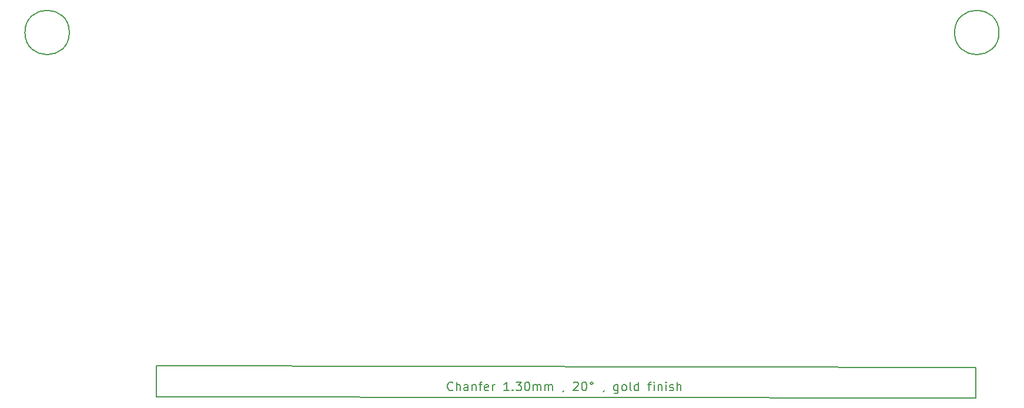
<source format=gbr>
%TF.GenerationSoftware,KiCad,Pcbnew,(5.1.5)-3*%
%TF.CreationDate,2022-01-08T01:18:32+01:00*%
%TF.ProjectId,Riser Leopard 2OU PCIe x16 2xOculink,52697365-7220-44c6-956f-706172642032,rev?*%
%TF.SameCoordinates,PX459e440PY54cbc38*%
%TF.FileFunction,Other,Comment*%
%FSLAX46Y46*%
G04 Gerber Fmt 4.6, Leading zero omitted, Abs format (unit mm)*
G04 Created by KiCad (PCBNEW (5.1.5)-3) date 2022-01-08 01:18:32*
%MOMM*%
%LPD*%
G04 APERTURE LIST*
%ADD10C,0.150000*%
G04 APERTURE END LIST*
D10*
X58428571Y-51531428D02*
X58369047Y-51590952D01*
X58190476Y-51650476D01*
X58071428Y-51650476D01*
X57892857Y-51590952D01*
X57773809Y-51471904D01*
X57714285Y-51352857D01*
X57654761Y-51114761D01*
X57654761Y-50936190D01*
X57714285Y-50698095D01*
X57773809Y-50579047D01*
X57892857Y-50460000D01*
X58071428Y-50400476D01*
X58190476Y-50400476D01*
X58369047Y-50460000D01*
X58428571Y-50519523D01*
X58964285Y-51650476D02*
X58964285Y-50400476D01*
X59499999Y-51650476D02*
X59499999Y-50995714D01*
X59440476Y-50876666D01*
X59321428Y-50817142D01*
X59142857Y-50817142D01*
X59023809Y-50876666D01*
X58964285Y-50936190D01*
X60630952Y-51650476D02*
X60630952Y-50995714D01*
X60571428Y-50876666D01*
X60452380Y-50817142D01*
X60214285Y-50817142D01*
X60095238Y-50876666D01*
X60630952Y-51590952D02*
X60511904Y-51650476D01*
X60214285Y-51650476D01*
X60095238Y-51590952D01*
X60035714Y-51471904D01*
X60035714Y-51352857D01*
X60095238Y-51233809D01*
X60214285Y-51174285D01*
X60511904Y-51174285D01*
X60630952Y-51114761D01*
X61226190Y-50817142D02*
X61226190Y-51650476D01*
X61226190Y-50936190D02*
X61285714Y-50876666D01*
X61404761Y-50817142D01*
X61583333Y-50817142D01*
X61702380Y-50876666D01*
X61761904Y-50995714D01*
X61761904Y-51650476D01*
X62178571Y-50817142D02*
X62654761Y-50817142D01*
X62357142Y-51650476D02*
X62357142Y-50579047D01*
X62416666Y-50460000D01*
X62535714Y-50400476D01*
X62654761Y-50400476D01*
X63547619Y-51590952D02*
X63428571Y-51650476D01*
X63190476Y-51650476D01*
X63071428Y-51590952D01*
X63011904Y-51471904D01*
X63011904Y-50995714D01*
X63071428Y-50876666D01*
X63190476Y-50817142D01*
X63428571Y-50817142D01*
X63547619Y-50876666D01*
X63607142Y-50995714D01*
X63607142Y-51114761D01*
X63011904Y-51233809D01*
X64142857Y-51650476D02*
X64142857Y-50817142D01*
X64142857Y-51055238D02*
X64202380Y-50936190D01*
X64261904Y-50876666D01*
X64380952Y-50817142D01*
X64500000Y-50817142D01*
X66523809Y-51650476D02*
X65809523Y-51650476D01*
X66166666Y-51650476D02*
X66166666Y-50400476D01*
X66047619Y-50579047D01*
X65928571Y-50698095D01*
X65809523Y-50757619D01*
X67059523Y-51531428D02*
X67119047Y-51590952D01*
X67059523Y-51650476D01*
X67000000Y-51590952D01*
X67059523Y-51531428D01*
X67059523Y-51650476D01*
X67535714Y-50400476D02*
X68309523Y-50400476D01*
X67892857Y-50876666D01*
X68071428Y-50876666D01*
X68190476Y-50936190D01*
X68250000Y-50995714D01*
X68309523Y-51114761D01*
X68309523Y-51412380D01*
X68250000Y-51531428D01*
X68190476Y-51590952D01*
X68071428Y-51650476D01*
X67714285Y-51650476D01*
X67595238Y-51590952D01*
X67535714Y-51531428D01*
X69083333Y-50400476D02*
X69202380Y-50400476D01*
X69321428Y-50460000D01*
X69380952Y-50519523D01*
X69440476Y-50638571D01*
X69500000Y-50876666D01*
X69500000Y-51174285D01*
X69440476Y-51412380D01*
X69380952Y-51531428D01*
X69321428Y-51590952D01*
X69202380Y-51650476D01*
X69083333Y-51650476D01*
X68964285Y-51590952D01*
X68904761Y-51531428D01*
X68845238Y-51412380D01*
X68785714Y-51174285D01*
X68785714Y-50876666D01*
X68845238Y-50638571D01*
X68904761Y-50519523D01*
X68964285Y-50460000D01*
X69083333Y-50400476D01*
X70035714Y-51650476D02*
X70035714Y-50817142D01*
X70035714Y-50936190D02*
X70095238Y-50876666D01*
X70214285Y-50817142D01*
X70392857Y-50817142D01*
X70511904Y-50876666D01*
X70571428Y-50995714D01*
X70571428Y-51650476D01*
X70571428Y-50995714D02*
X70630952Y-50876666D01*
X70750000Y-50817142D01*
X70928571Y-50817142D01*
X71047619Y-50876666D01*
X71107142Y-50995714D01*
X71107142Y-51650476D01*
X71702380Y-51650476D02*
X71702380Y-50817142D01*
X71702380Y-50936190D02*
X71761904Y-50876666D01*
X71880952Y-50817142D01*
X72059523Y-50817142D01*
X72178571Y-50876666D01*
X72238095Y-50995714D01*
X72238095Y-51650476D01*
X72238095Y-50995714D02*
X72297619Y-50876666D01*
X72416666Y-50817142D01*
X72595238Y-50817142D01*
X72714285Y-50876666D01*
X72773809Y-50995714D01*
X72773809Y-51650476D01*
X74380952Y-51590952D02*
X74380952Y-51650476D01*
X74321428Y-51769523D01*
X74261904Y-51829047D01*
X75809523Y-50519523D02*
X75869047Y-50460000D01*
X75988095Y-50400476D01*
X76285714Y-50400476D01*
X76404761Y-50460000D01*
X76464285Y-50519523D01*
X76523809Y-50638571D01*
X76523809Y-50757619D01*
X76464285Y-50936190D01*
X75750000Y-51650476D01*
X76523809Y-51650476D01*
X77297619Y-50400476D02*
X77416666Y-50400476D01*
X77535714Y-50460000D01*
X77595238Y-50519523D01*
X77654761Y-50638571D01*
X77714285Y-50876666D01*
X77714285Y-51174285D01*
X77654761Y-51412380D01*
X77595238Y-51531428D01*
X77535714Y-51590952D01*
X77416666Y-51650476D01*
X77297619Y-51650476D01*
X77178571Y-51590952D01*
X77119047Y-51531428D01*
X77059523Y-51412380D01*
X77000000Y-51174285D01*
X77000000Y-50876666D01*
X77059523Y-50638571D01*
X77119047Y-50519523D01*
X77178571Y-50460000D01*
X77297619Y-50400476D01*
X78428571Y-50400476D02*
X78309523Y-50460000D01*
X78250000Y-50579047D01*
X78309523Y-50698095D01*
X78428571Y-50757619D01*
X78547619Y-50698095D01*
X78607142Y-50579047D01*
X78547619Y-50460000D01*
X78428571Y-50400476D01*
X80214285Y-51590952D02*
X80214285Y-51650476D01*
X80154761Y-51769523D01*
X80095238Y-51829047D01*
X82238095Y-50817142D02*
X82238095Y-51829047D01*
X82178571Y-51948095D01*
X82119047Y-52007619D01*
X81999999Y-52067142D01*
X81821428Y-52067142D01*
X81702380Y-52007619D01*
X82238095Y-51590952D02*
X82119047Y-51650476D01*
X81880952Y-51650476D01*
X81761904Y-51590952D01*
X81702380Y-51531428D01*
X81642857Y-51412380D01*
X81642857Y-51055238D01*
X81702380Y-50936190D01*
X81761904Y-50876666D01*
X81880952Y-50817142D01*
X82119047Y-50817142D01*
X82238095Y-50876666D01*
X83011904Y-51650476D02*
X82892857Y-51590952D01*
X82833333Y-51531428D01*
X82773809Y-51412380D01*
X82773809Y-51055238D01*
X82833333Y-50936190D01*
X82892857Y-50876666D01*
X83011904Y-50817142D01*
X83190476Y-50817142D01*
X83309523Y-50876666D01*
X83369047Y-50936190D01*
X83428571Y-51055238D01*
X83428571Y-51412380D01*
X83369047Y-51531428D01*
X83309523Y-51590952D01*
X83190476Y-51650476D01*
X83011904Y-51650476D01*
X84142857Y-51650476D02*
X84023809Y-51590952D01*
X83964285Y-51471904D01*
X83964285Y-50400476D01*
X85154761Y-51650476D02*
X85154761Y-50400476D01*
X85154761Y-51590952D02*
X85035714Y-51650476D01*
X84797619Y-51650476D01*
X84678571Y-51590952D01*
X84619047Y-51531428D01*
X84559523Y-51412380D01*
X84559523Y-51055238D01*
X84619047Y-50936190D01*
X84678571Y-50876666D01*
X84797619Y-50817142D01*
X85035714Y-50817142D01*
X85154761Y-50876666D01*
X86523809Y-50817142D02*
X86999999Y-50817142D01*
X86702380Y-51650476D02*
X86702380Y-50579047D01*
X86761904Y-50460000D01*
X86880952Y-50400476D01*
X86999999Y-50400476D01*
X87416666Y-51650476D02*
X87416666Y-50817142D01*
X87416666Y-50400476D02*
X87357142Y-50460000D01*
X87416666Y-50519523D01*
X87476190Y-50460000D01*
X87416666Y-50400476D01*
X87416666Y-50519523D01*
X88011904Y-50817142D02*
X88011904Y-51650476D01*
X88011904Y-50936190D02*
X88071428Y-50876666D01*
X88190476Y-50817142D01*
X88369047Y-50817142D01*
X88488095Y-50876666D01*
X88547619Y-50995714D01*
X88547619Y-51650476D01*
X89142857Y-51650476D02*
X89142857Y-50817142D01*
X89142857Y-50400476D02*
X89083333Y-50460000D01*
X89142857Y-50519523D01*
X89202380Y-50460000D01*
X89142857Y-50400476D01*
X89142857Y-50519523D01*
X89678571Y-51590952D02*
X89797619Y-51650476D01*
X90035714Y-51650476D01*
X90154761Y-51590952D01*
X90214285Y-51471904D01*
X90214285Y-51412380D01*
X90154761Y-51293333D01*
X90035714Y-51233809D01*
X89857142Y-51233809D01*
X89738095Y-51174285D01*
X89678571Y-51055238D01*
X89678571Y-50995714D01*
X89738095Y-50876666D01*
X89857142Y-50817142D01*
X90035714Y-50817142D01*
X90154761Y-50876666D01*
X90749999Y-51650476D02*
X90749999Y-50400476D01*
X91285714Y-51650476D02*
X91285714Y-50995714D01*
X91226190Y-50876666D01*
X91107142Y-50817142D01*
X90928571Y-50817142D01*
X90809523Y-50876666D01*
X90749999Y-50936190D01*
X133800000Y-48285000D02*
X15700000Y-48085000D01*
X133800000Y-52685000D02*
X133800000Y-48285000D01*
X15700000Y-52585000D02*
X133800000Y-52685000D01*
X15700000Y-48085000D02*
X15700000Y-52585000D01*
%TO.C,H1*%
X3200000Y0D02*
G75*
G03X3200000Y0I-3200000J0D01*
G01*
%TO.C,H2*%
X137100000Y0D02*
G75*
G03X137100000Y0I-3200000J0D01*
G01*
%TD*%
M02*

</source>
